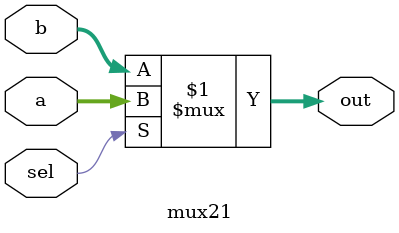
<source format=sv>
module mux21 (input logic [4:0] a, b, input logic sel, output logic [4:0] out);

    assign out = sel? a: b;

endmodule
</source>
